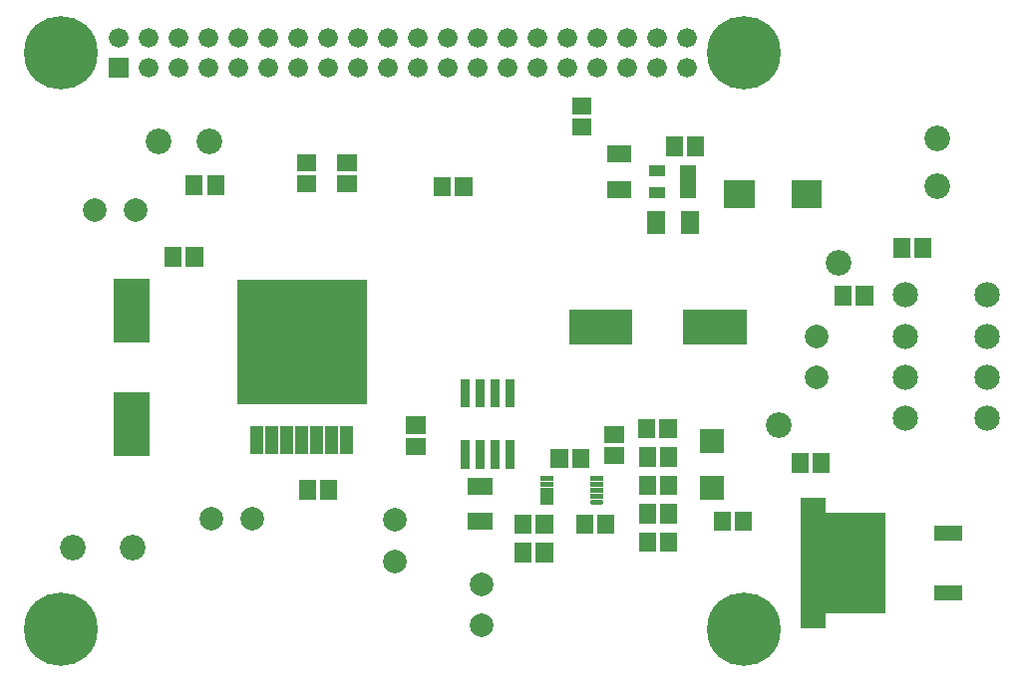
<source format=gbr>
G04 start of page 7 for group -4063 idx -4063 *
G04 Title: RspPiPS, componentmask *
G04 Creator: pcb 4.2.0 *
G04 CreationDate: Mon Jan 27 09:10:50 2020 UTC *
G04 For: brian *
G04 Format: Gerber/RS-274X *
G04 PCB-Dimensions (mil): 10000.00 10000.00 *
G04 PCB-Coordinate-Origin: lower left *
%MOIN*%
%FSLAX25Y25*%
%LNTOPMASK*%
%ADD79C,0.0180*%
%ADD78C,0.0660*%
%ADD77C,0.0001*%
%ADD76C,0.0787*%
%ADD75C,0.0860*%
%ADD74C,0.0846*%
%ADD73C,0.2461*%
G54D73*X383858Y761811D03*
Y568898D03*
G54D74*X437610Y639323D03*
G54D75*X395500Y637000D03*
G54D74*X465169Y639323D03*
X437610Y653102D03*
G54D76*X408000Y653110D03*
G54D74*X465169Y653102D03*
Y666882D03*
Y680661D03*
G54D75*X448500Y717000D03*
Y733000D03*
G54D74*X437610Y666882D03*
Y680661D03*
G54D76*X408000Y666890D03*
G54D75*X415500Y691500D03*
G54D73*X155512Y761811D03*
G54D77*G36*
X171400Y760100D02*Y753500D01*
X178000D01*
Y760100D01*
X171400D01*
G37*
G54D78*X174700Y766800D03*
X184700Y756800D03*
Y766800D03*
X194700Y756800D03*
G54D75*X205000Y732000D03*
X188000D03*
G54D78*X194700Y766800D03*
X204700Y756800D03*
X214700D03*
X224700D03*
X204700Y766800D03*
X214700D03*
X224700D03*
X234700D03*
X244700D03*
X254700D03*
G54D76*X180535Y709276D03*
X166756D03*
G54D78*X234700Y756800D03*
X244700D03*
X254700D03*
X264700D03*
Y766800D03*
X274700Y756800D03*
Y766800D03*
X284700D03*
X294700D03*
X284700Y756800D03*
X294700D03*
X304700D03*
Y766800D03*
X314700D03*
X324700D03*
X334700D03*
X314700Y756800D03*
X324700D03*
X334700D03*
X344700D03*
Y766800D03*
X354700D03*
X364700D03*
X354700Y756800D03*
X364700D03*
G54D76*X219425Y605799D03*
X205646D03*
X267000Y605390D03*
Y591610D03*
G54D73*X155512Y568898D03*
G54D76*X295949Y583768D03*
Y569988D03*
G54D75*X159500Y596000D03*
X179500D03*
G54D77*G36*
X363465Y675906D02*Y664094D01*
X384724D01*
Y675906D01*
X363465D01*
G37*
G36*
X325276D02*Y664094D01*
X346535D01*
Y675906D01*
X325276D01*
G37*
G36*
X419816Y683752D02*X414098D01*
Y677248D01*
X419816D01*
Y683752D01*
G37*
G36*
X426902D02*X421184D01*
Y677248D01*
X426902D01*
Y683752D01*
G37*
G36*
X439273Y699752D02*X433555D01*
Y693248D01*
X439273D01*
Y699752D01*
G37*
G36*
X446359D02*X440641D01*
Y693248D01*
X446359D01*
Y699752D01*
G37*
G36*
X312816Y607252D02*X307098D01*
Y600748D01*
X312816D01*
Y607252D01*
G37*
G36*
Y597752D02*X307098D01*
Y591248D01*
X312816D01*
Y597752D01*
G37*
G36*
X319902Y607252D02*X314184D01*
Y600748D01*
X319902D01*
Y607252D01*
G37*
G36*
X315723Y616312D02*Y614512D01*
X320123D01*
Y616312D01*
X315723D01*
G37*
G36*
Y614412D02*Y612612D01*
X320123D01*
Y614412D01*
X315723D01*
G37*
G36*
Y612412D02*Y610612D01*
X320123D01*
Y612412D01*
X315723D01*
G37*
G36*
X319902Y597752D02*X314184D01*
Y591248D01*
X319902D01*
Y597752D01*
G37*
G36*
X332223Y620212D02*Y618412D01*
X336623D01*
Y620212D01*
X332223D01*
G37*
G36*
X337205Y636945D02*Y631227D01*
X343709D01*
Y636945D01*
X337205D01*
G37*
G36*
Y629859D02*Y624141D01*
X343709D01*
Y629859D01*
X337205D01*
G37*
G36*
X315723Y620312D02*Y618512D01*
X320123D01*
Y620312D01*
X315723D01*
G37*
G36*
X324902Y629252D02*X319184D01*
Y622748D01*
X324902D01*
Y629252D01*
G37*
G36*
X331988D02*X326270D01*
Y622748D01*
X331988D01*
Y629252D01*
G37*
G36*
X315723Y618312D02*Y616512D01*
X320123D01*
Y618312D01*
X315723D01*
G37*
G54D79*X333123Y611412D02*X335723D01*
G54D77*G36*
X332223Y614312D02*Y612512D01*
X336623D01*
Y614312D01*
X332223D01*
G37*
G36*
Y616312D02*Y614512D01*
X336623D01*
Y616312D01*
X332223D01*
G37*
G36*
Y618212D02*Y616412D01*
X336623D01*
Y618212D01*
X332223D01*
G37*
G36*
X340402Y607252D02*X334684D01*
Y600748D01*
X340402D01*
Y607252D01*
G37*
G36*
X333316D02*X327598D01*
Y600748D01*
X333316D01*
Y607252D01*
G37*
G36*
X447375Y583600D02*Y578400D01*
X456875D01*
Y583600D01*
X447375D01*
G37*
G36*
Y603600D02*Y598400D01*
X456875D01*
Y603600D01*
X447375D01*
G37*
G36*
X431200Y607900D02*X409200D01*
Y574100D01*
X431200D01*
Y607900D01*
G37*
G36*
X411200Y612750D02*X402700D01*
Y569250D01*
X411200D01*
Y612750D01*
G37*
G36*
X379316Y608252D02*X373598D01*
Y601748D01*
X379316D01*
Y608252D01*
G37*
G36*
X386402D02*X380684D01*
Y601748D01*
X386402D01*
Y608252D01*
G37*
G36*
X361402Y601252D02*X355684D01*
Y594748D01*
X361402D01*
Y601252D01*
G37*
G36*
X354316D02*X348598D01*
Y594748D01*
X354316D01*
Y601252D01*
G37*
G36*
X361402Y610752D02*X355684D01*
Y604248D01*
X361402D01*
Y610752D01*
G37*
G36*
X354316D02*X348598D01*
Y604248D01*
X354316D01*
Y610752D01*
G37*
G36*
X369050Y620100D02*Y612200D01*
X376950D01*
Y620100D01*
X369050D01*
G37*
G36*
Y635800D02*Y627900D01*
X376950D01*
Y635800D01*
X369050D01*
G37*
G36*
X361402Y629752D02*X355684D01*
Y623248D01*
X361402D01*
Y629752D01*
G37*
G36*
X354316D02*X348598D01*
Y623248D01*
X354316D01*
Y629752D01*
G37*
G36*
X361402Y620252D02*X355684D01*
Y613748D01*
X361402D01*
Y620252D01*
G37*
G36*
X354316D02*X348598D01*
Y613748D01*
X354316D01*
Y620252D01*
G37*
G36*
X354166Y639252D02*X348448D01*
Y632748D01*
X354166D01*
Y639252D01*
G37*
G36*
X361252D02*X355534D01*
Y632748D01*
X361252D01*
Y639252D01*
G37*
G36*
X405316Y627752D02*X399598D01*
Y621248D01*
X405316D01*
Y627752D01*
G37*
G36*
X412402D02*X406684D01*
Y621248D01*
X412402D01*
Y627752D01*
G37*
G36*
X233200Y636850D02*X228800D01*
Y627550D01*
X233200D01*
Y636850D01*
G37*
G36*
X238200D02*X233800D01*
Y627550D01*
X238200D01*
Y636850D01*
G37*
G36*
X243200D02*X238800D01*
Y627550D01*
X243200D01*
Y636850D01*
G37*
G36*
X223200D02*X218800D01*
Y627550D01*
X223200D01*
Y636850D01*
G37*
G36*
X228200D02*X223800D01*
Y627550D01*
X228200D01*
Y636850D01*
G37*
G36*
X184906Y648035D02*X173094D01*
Y626776D01*
X184906D01*
Y648035D01*
G37*
G36*
X248200Y636850D02*X243800D01*
Y627550D01*
X248200D01*
Y636850D01*
G37*
G36*
X214350Y685900D02*Y644100D01*
X257650D01*
Y685900D01*
X214350D01*
G37*
G36*
X247859Y618752D02*X242141D01*
Y612248D01*
X247859D01*
Y618752D01*
G37*
G36*
X240773D02*X235055D01*
Y612248D01*
X240773D01*
Y618752D01*
G37*
G36*
X253200Y636850D02*X248800D01*
Y627550D01*
X253200D01*
Y636850D01*
G37*
G36*
X307043Y652549D02*X304043D01*
Y643049D01*
X307043D01*
Y652549D01*
G37*
G36*
X302043D02*X299043D01*
Y643049D01*
X302043D01*
Y652549D01*
G37*
G36*
X297043D02*X294043D01*
Y643049D01*
X297043D01*
Y652549D01*
G37*
G36*
X292043D02*X289043D01*
Y643049D01*
X292043D01*
Y652549D01*
G37*
G36*
X270748Y639988D02*Y634270D01*
X277252D01*
Y639988D01*
X270748D01*
G37*
G36*
X362300Y716900D02*Y713100D01*
X367700D01*
Y716900D01*
X362300D01*
G37*
G36*
Y720600D02*Y716800D01*
X367700D01*
Y720600D01*
X362300D01*
G37*
G36*
X352100Y724300D02*Y720500D01*
X357500D01*
Y724300D01*
X352100D01*
G37*
G36*
Y716900D02*Y713100D01*
X357500D01*
Y716900D01*
X352100D01*
G37*
G36*
X357441Y708976D02*X351299D01*
Y701024D01*
X357441D01*
Y708976D01*
G37*
G36*
X368701D02*X362559D01*
Y701024D01*
X368701D01*
Y708976D01*
G37*
G36*
X285816Y720252D02*X280098D01*
Y713748D01*
X285816D01*
Y720252D01*
G37*
G36*
X292902D02*X287184D01*
Y713748D01*
X292902D01*
Y720252D01*
G37*
G36*
X292043Y632049D02*X289043D01*
Y622549D01*
X292043D01*
Y632049D01*
G37*
G36*
X297043D02*X294043D01*
Y622549D01*
X297043D01*
Y632049D01*
G37*
G36*
X302043D02*X299043D01*
Y622549D01*
X302043D01*
Y632049D01*
G37*
G36*
X307043D02*X304043D01*
Y622549D01*
X307043D01*
Y632049D01*
G37*
G36*
X270748Y632902D02*Y627184D01*
X277252D01*
Y632902D01*
X270748D01*
G37*
G36*
X291472Y607718D02*Y602000D01*
X299552D01*
Y607718D01*
X291472D01*
G37*
G36*
Y619528D02*Y613810D01*
X299552D01*
Y619528D01*
X291472D01*
G37*
G36*
X362300Y724300D02*Y720500D01*
X367700D01*
Y724300D01*
X362300D01*
G37*
G36*
X370402Y733752D02*X364684D01*
Y727248D01*
X370402D01*
Y733752D01*
G37*
G36*
X363316D02*X357598D01*
Y727248D01*
X363316D01*
Y733752D01*
G37*
G36*
X326248Y739816D02*Y734098D01*
X332752D01*
Y739816D01*
X326248D01*
G37*
G36*
Y746902D02*Y741184D01*
X332752D01*
Y746902D01*
X326248D01*
G37*
G36*
X377161Y719224D02*Y709776D01*
X387398D01*
Y719224D01*
X377161D01*
G37*
G36*
X399602D02*Y709776D01*
X409839D01*
Y719224D01*
X399602D01*
G37*
G36*
X337960Y730764D02*Y725046D01*
X346040D01*
Y730764D01*
X337960D01*
G37*
G36*
Y718954D02*Y713236D01*
X346040D01*
Y718954D01*
X337960D01*
G37*
G36*
X202902Y696752D02*X197184D01*
Y690248D01*
X202902D01*
Y696752D01*
G37*
G36*
X195816D02*X190098D01*
Y690248D01*
X195816D01*
Y696752D01*
G37*
G36*
X184906Y686224D02*X173094D01*
Y664965D01*
X184906D01*
Y686224D01*
G37*
G36*
X234291Y720773D02*Y715055D01*
X240795D01*
Y720773D01*
X234291D01*
G37*
G36*
X247748D02*Y715055D01*
X254252D01*
Y720773D01*
X247748D01*
G37*
G36*
X234291Y727859D02*Y722141D01*
X240795D01*
Y727859D01*
X234291D01*
G37*
G36*
X247748D02*Y722141D01*
X254252D01*
Y727859D01*
X247748D01*
G37*
G36*
X209945Y720752D02*X204227D01*
Y714248D01*
X209945D01*
Y720752D01*
G37*
G36*
X202859D02*X197141D01*
Y714248D01*
X202859D01*
Y720752D01*
G37*
M02*

</source>
